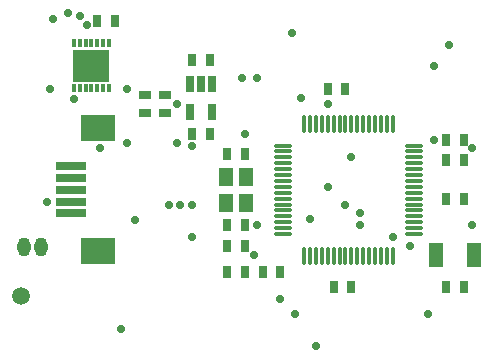
<source format=gbr>
%TF.GenerationSoftware,Altium Limited,Altium Designer,18.1.9 (240)*%
G04 Layer_Color=16711935*
%FSLAX26Y26*%
%MOIN*%
%TF.FileFunction,Soldermask,Bot*%
%TF.Part,Single*%
G01*
G75*
%TA.AperFunction,SMDPad,CuDef*%
%ADD48R,0.098488X0.027622*%
%ADD49R,0.114236X0.090614*%
%ADD50R,0.027622X0.039433*%
%ADD51R,0.027622X0.054000*%
%ADD52R,0.027622X0.054000*%
%ADD53R,0.051244X0.082740*%
%ADD54O,0.043370X0.063055*%
%ADD55R,0.039433X0.027622*%
%ADD56R,0.051244X0.059118*%
%ADD57O,0.061087X0.013842*%
%ADD58O,0.013842X0.061087*%
%ADD59R,0.013842X0.027622*%
%ADD60R,0.122110X0.106362*%
%TA.AperFunction,ViaPad*%
%ADD61C,0.059118*%
%ADD62C,0.027622*%
D48*
X334646Y590551D02*
D03*
Y629921D02*
D03*
Y669291D02*
D03*
Y708662D02*
D03*
Y551181D02*
D03*
D49*
X425197Y834646D02*
D03*
Y425197D02*
D03*
D50*
X738189Y816929D02*
D03*
X797244D02*
D03*
Y1062992D02*
D03*
X738189D02*
D03*
X1269685Y305118D02*
D03*
X1210630D02*
D03*
X423156Y1190945D02*
D03*
X482212D02*
D03*
X1643701Y797244D02*
D03*
X1584646D02*
D03*
Y728346D02*
D03*
X1643701D02*
D03*
X915354Y354331D02*
D03*
X856299D02*
D03*
X915354Y442913D02*
D03*
X856299D02*
D03*
X974409Y354331D02*
D03*
X1033465D02*
D03*
X1643701Y600394D02*
D03*
X1584646D02*
D03*
X1643701Y305118D02*
D03*
X1584646D02*
D03*
X915354Y748032D02*
D03*
X856299D02*
D03*
X915354Y511811D02*
D03*
X856299D02*
D03*
X1190945Y964567D02*
D03*
X1250000D02*
D03*
D51*
X805118Y982284D02*
D03*
X767742Y982290D02*
D03*
X730341D02*
D03*
D52*
X805144Y887802D02*
D03*
X730341D02*
D03*
D53*
X1677165Y413386D02*
D03*
X1551181D02*
D03*
D54*
X234252Y437776D02*
D03*
X179134D02*
D03*
D55*
X580709Y885827D02*
D03*
Y944882D02*
D03*
X649606D02*
D03*
Y885827D02*
D03*
D56*
X852362Y673229D02*
D03*
Y586614D02*
D03*
X919291D02*
D03*
Y673229D02*
D03*
D57*
X1479331Y777559D02*
D03*
Y757874D02*
D03*
Y738189D02*
D03*
Y718504D02*
D03*
Y698819D02*
D03*
Y679134D02*
D03*
Y659449D02*
D03*
Y639764D02*
D03*
Y620079D02*
D03*
Y600394D02*
D03*
Y580709D02*
D03*
Y561024D02*
D03*
Y541339D02*
D03*
Y521654D02*
D03*
Y501969D02*
D03*
Y482284D02*
D03*
X1040354D02*
D03*
Y501969D02*
D03*
Y521654D02*
D03*
Y541339D02*
D03*
Y561024D02*
D03*
Y580709D02*
D03*
Y600394D02*
D03*
Y620079D02*
D03*
Y639764D02*
D03*
Y659449D02*
D03*
Y679134D02*
D03*
Y698819D02*
D03*
Y718504D02*
D03*
Y738189D02*
D03*
Y757874D02*
D03*
Y777559D02*
D03*
D58*
X1407480Y410433D02*
D03*
X1387795D02*
D03*
X1368110D02*
D03*
X1348425D02*
D03*
X1328740D02*
D03*
X1309055D02*
D03*
X1289370D02*
D03*
X1269685D02*
D03*
X1250000D02*
D03*
X1230315D02*
D03*
X1210630D02*
D03*
X1190945D02*
D03*
X1171260D02*
D03*
X1151575D02*
D03*
X1131890D02*
D03*
X1112205D02*
D03*
Y849409D02*
D03*
X1131890D02*
D03*
X1151575D02*
D03*
X1171260D02*
D03*
X1190945D02*
D03*
X1210630D02*
D03*
X1230315D02*
D03*
X1250000D02*
D03*
X1269685D02*
D03*
X1289370D02*
D03*
X1309055D02*
D03*
X1328740D02*
D03*
X1348425D02*
D03*
X1368110D02*
D03*
X1387795D02*
D03*
X1407480D02*
D03*
D59*
X344488Y1118110D02*
D03*
X364173D02*
D03*
X383858D02*
D03*
X403543D02*
D03*
X423228D02*
D03*
X442913D02*
D03*
X462598D02*
D03*
Y968504D02*
D03*
X442913D02*
D03*
X423228D02*
D03*
X403543D02*
D03*
X383858D02*
D03*
X364173D02*
D03*
X344488D02*
D03*
D60*
X403543Y1043307D02*
D03*
D61*
X167323Y275591D02*
D03*
D62*
X549440Y527854D02*
D03*
X255905Y590551D02*
D03*
X662308Y579169D02*
D03*
X698817Y580707D02*
D03*
X388858Y1177933D02*
D03*
X364173Y1210630D02*
D03*
X344488Y932294D02*
D03*
X521654Y964567D02*
D03*
X265748D02*
D03*
X324803Y1220472D02*
D03*
X433071Y767716D02*
D03*
X1269685Y738189D02*
D03*
X1545276Y797244D02*
D03*
X738189Y777559D02*
D03*
X915354Y816929D02*
D03*
X1102362Y935039D02*
D03*
X1131890Y531496D02*
D03*
X1407480Y472441D02*
D03*
X1299213Y551181D02*
D03*
Y511811D02*
D03*
X1594488Y1112205D02*
D03*
X275591Y1200787D02*
D03*
X1250000Y580709D02*
D03*
X1466535Y442913D02*
D03*
X1525591Y216535D02*
D03*
X1190945Y639764D02*
D03*
Y915354D02*
D03*
X1072835Y1151575D02*
D03*
X738189Y580709D02*
D03*
Y472441D02*
D03*
X1082677Y216535D02*
D03*
X1151575Y108268D02*
D03*
X501969Y167323D02*
D03*
X944882Y413386D02*
D03*
X688976Y915354D02*
D03*
Y787402D02*
D03*
X521654D02*
D03*
X1673228Y767716D02*
D03*
Y511811D02*
D03*
X1033465Y265748D02*
D03*
X1545276Y1043307D02*
D03*
X954724Y511811D02*
D03*
X905512Y1003937D02*
D03*
X954724D02*
D03*
%TF.MD5,f4e6d09667af634c797d8e595f8d3f8d*%
M02*

</source>
